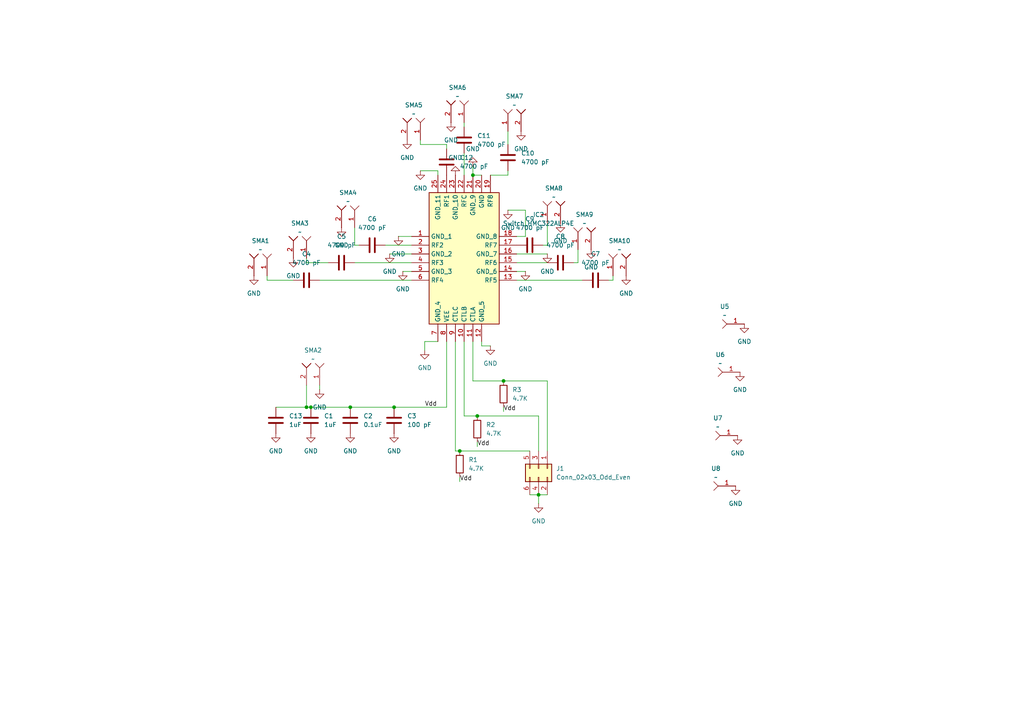
<source format=kicad_sch>
(kicad_sch (version 20231120) (generator "eeschema") (generator_version "8.0")
  (paper "A4")
  (lib_symbols
    (symbol "Connector_Generic:Conn_02x03_Odd_Even" (pin_names (offset 1.016) hide)
      (property "Reference" "J" (at 1.27 5.08 0))
      (property "Value" "Conn_02x03_Odd_Even" (at 1.27 -5.08 0))
      (symbol "Conn_02x03_Odd_Even_1_1"
        (rectangle (start -1.27 -2.413) (end 0 -2.667) (stroke (width 0.1524)))
        (rectangle (start -1.27 0.127) (end 0 -0.127) (stroke (width 0.1524)))
        (rectangle (start -1.27 2.667) (end 0 2.413) (stroke (width 0.1524)))
        (rectangle (start -1.27 3.81) (end 3.81 -3.81) (stroke (width 0.254)) (fill (type background)))
        (rectangle (start 3.81 -2.413) (end 2.54 -2.667) (stroke (width 0.1524)))
        (rectangle (start 3.81 0.127) (end 2.54 -0.127) (stroke (width 0.1524)))
        (rectangle (start 3.81 2.667) (end 2.54 2.413) (stroke (width 0.1524)))
        (pin passive line (at -5.08 2.54 0) (length 3.81) (name "Pin_1") (number "1"))
        (pin passive line (at 7.62 2.54 180) (length 3.81) (name "Pin_2") (number "2"))
        (pin passive line (at -5.08 0 0) (length 3.81) (name "Pin_3") (number "3"))
        (pin passive line (at 7.62 0 180) (length 3.81) (name "Pin_4") (number "4"))
        (pin passive line (at -5.08 -2.54 0) (length 3.81) (name "Pin_5") (number "5"))
        (pin passive line (at 7.62 -2.54 180) (length 3.81) (name "Pin_6") (number "6"))
      )
    )
    (symbol "Device:C" (pin_numbers hide) (pin_names (offset 0.254))
      (property "Reference" "C" (at 0.635 2.54 0))
      (property "Value" "C" (at 0.635 -2.54 0))
      (symbol "C_0_1"
        (polyline (pts (xy -2.032 -0.762) (xy 2.032 -0.762)) (stroke (width 0.508)))
        (polyline (pts (xy -2.032 0.762) (xy 2.032 0.762)) (stroke (width 0.508)))
      )
      (symbol "C_1_1"
        (pin passive line (at 0 3.81 270) (length 2.794) (name "~") (number "1"))
        (pin passive line (at 0 -3.81 90) (length 2.794) (name "~") (number "2"))
      )
    )
    (symbol "Device:R" (pin_numbers hide) (pin_names (offset 0))
      (property "Reference" "R" (at 2.032 0 90))
      (property "Value" "R" (at 0 0 90))
      (symbol "R_0_1"
        (rectangle (start -1.016 -2.54) (end 1.016 2.54) (stroke (width 0.254)))
      )
      (symbol "R_1_1"
        (pin passive line (at 0 3.81 270) (length 1.27) (name "~") (number "1"))
        (pin passive line (at 0 -3.81 90) (length 1.27) (name "~") (number "2"))
      )
    )
    (symbol "MUSIC_LAB:SMA"
      (property "Reference" "SMA" (at 1.27 -1.27 0))
      (symbol "SMA_0_1"
        (polyline (pts (xy -1.27 1.27) (xy -2.54 0)))
        (polyline (pts (xy -1.27 1.27) (xy -2.54 0)))
        (polyline (pts (xy -1.27 1.27) (xy -2.54 0)))
        (polyline (pts (xy -1.27 1.27) (xy -2.54 0)))
        (polyline (pts (xy -1.27 1.27) (xy -2.54 2.54)))
        (polyline (pts (xy -1.27 1.27) (xy -2.54 2.54)))
        (polyline (pts (xy -1.27 1.27) (xy -2.54 2.54)))
        (polyline (pts (xy -1.27 1.27) (xy -2.54 2.54)))
        (polyline (pts (xy -1.27 5.08) (xy -2.54 3.81)))
        (polyline (pts (xy -1.27 5.08) (xy -2.54 6.35)))
      )
      (symbol "SMA_1_1"
        (pin passive line (at 3.81 5.08 180) (length 5.08) (name "") (number "1"))
        (pin passive line (at 3.81 1.27 180) (length 5.08) (name "") (number "2"))
      )
    )
    (symbol "MUSIC_LAB:Switch_HMC321ALP4E"
      (property "Reference" "IC" (at 26.67 17.78 0))
      (property "Value" "Switch_HMC322ALP4E" (at 26.67 15.24 0))
      (symbol "Switch_HMC321ALP4E_1_1"
        (rectangle (start 5.08 12.7) (end 25.4 -25.4) (stroke (width 0.254)) (fill (type background)))
        (pin passive line (at 0 0 0) (length 5.08) (name "GND_1") (number "1"))
        (pin passive line (at 15.24 -30.48 90) (length 5.08) (name "CTLB") (number "10"))
        (pin passive line (at 17.78 -30.48 90) (length 5.08) (name "CTLA") (number "11"))
        (pin passive line (at 20.32 -30.48 90) (length 5.08) (name "GND_5") (number "12"))
        (pin passive line (at 30.48 -12.7 180) (length 5.08) (name "RF5") (number "13"))
        (pin passive line (at 30.48 -10.16 180) (length 5.08) (name "GND_6") (number "14"))
        (pin passive line (at 30.48 -7.62 180) (length 5.08) (name "RF6") (number "15"))
        (pin passive line (at 30.48 -5.08 180) (length 5.08) (name "GND_7") (number "16"))
        (pin passive line (at 30.48 -2.54 180) (length 5.08) (name "RF7") (number "17"))
        (pin passive line (at 30.48 0 180) (length 5.08) (name "GND_8") (number "18"))
        (pin passive line (at 22.86 17.78 270) (length 5.08) (name "RF8") (number "19"))
        (pin passive line (at 0 -2.54 0) (length 5.08) (name "RF2") (number "2"))
        (pin passive line (at 20.32 17.78 270) (length 5.08) (name "GND") (number "20"))
        (pin passive line (at 17.78 17.78 270) (length 5.08) (name "GND_9") (number "21"))
        (pin passive line (at 15.24 17.78 270) (length 5.08) (name "RFC") (number "22"))
        (pin passive line (at 12.7 17.78 270) (length 5.08) (name "GND_10") (number "23"))
        (pin passive line (at 10.16 17.78 270) (length 5.08) (name "RF1") (number "24"))
        (pin passive line (at 7.62 17.78 270) (length 5.08) (name "GND_11") (number "25"))
        (pin passive line (at 0 -5.08 0) (length 5.08) (name "GND_2") (number "3"))
        (pin passive line (at 0 -7.62 0) (length 5.08) (name "RF3") (number "4"))
        (pin passive line (at 0 -10.16 0) (length 5.08) (name "GND_3") (number "5"))
        (pin passive line (at 0 -12.7 0) (length 5.08) (name "RF4") (number "6"))
        (pin passive line (at 7.62 -30.48 90) (length 5.08) (name "GND_4") (number "7"))
        (pin passive line (at 10.16 -30.48 90) (length 5.08) (name "VEE") (number "8"))
        (pin passive line (at 12.7 -30.48 90) (length 5.08) (name "CTLC") (number "9"))
      )
    )
    (symbol "MUSIC_LAB:Via_GND"
      (property "Reference" "U" (at 0 0 0))
      (symbol "Via_GND_0_1"
        (polyline (pts (xy -3.81 3.81) (xy -5.08 2.54)))
        (polyline (pts (xy -3.81 3.81) (xy -5.08 5.08)))
      )
      (symbol "Via_GND_1_1"
        (pin passive line (at 1.27 3.81 180) (length 5.08) (name "") (number "1"))
      )
    )
    (symbol "power:GND" (power) (pin_numbers hide) (pin_names (offset 0) hide)
      (property "Value" "GND" (at 0 -3.81 0))
      (symbol "GND_0_1"
        (polyline (pts (xy 0 0) (xy 0 -1.27) (xy 1.27 -1.27) (xy 0 -2.54) (xy -1.27 -1.27) (xy 0 -1.27)))
      )
      (symbol "GND_1_1"
        (pin power_in line (at 0 0 270) (length 0) (name "~") (number "1"))
      )
    )
  )
  (junction (at 156.21 143.51))
  (junction (at 90.17 118.11))
  (junction (at 114.3 118.11))
  (junction (at 88.9 118.11))
  (junction (at 133.35 130.81))
  (junction (at 101.6 118.11))
  (junction (at 137.16 50.8))
  (junction (at 146.05 110.49))
  (junction (at 138.43 120.65))
  (wire (pts (xy 80.01 118.11) (xy 88.9 118.11)))
  (wire (pts (xy 88.9 111.76) (xy 88.9 118.11)))
  (wire (pts (xy 114.3 118.11) (xy 129.54 118.11)))
  (wire (pts (xy 139.7 100.33) (xy 142.24 100.33)))
  (wire (pts (xy 133.35 130.81) (xy 153.67 130.81)))
  (wire (pts (xy 77.47 81.28) (xy 85.09 81.28)))
  (wire (pts (xy 129.54 118.11) (xy 129.54 99.06)))
  (wire (pts (xy 137.16 99.06) (xy 137.16 110.49)))
  (wire (pts (xy 158.75 73.66) (xy 149.86 73.66)))
  (wire (pts (xy 88.9 74.93) (xy 88.9 76.2)))
  (wire (pts (xy 146.05 119.38) (xy 146.05 118.11)))
  (wire (pts (xy 147.32 49.53) (xy 147.32 50.8)))
  (wire (pts (xy 129.54 41.91) (xy 129.54 43.18)))
  (wire (pts (xy 158.75 71.12) (xy 157.48 71.12)))
  (wire (pts (xy 146.05 110.49) (xy 158.75 110.49)))
  (wire (pts (xy 102.87 76.2) (xy 119.38 76.2)))
  (wire (pts (xy 121.92 49.53) (xy 127 49.53)))
  (wire (pts (xy 152.4 78.74) (xy 149.86 78.74)))
  (wire (pts (xy 102.87 66.04) (xy 102.87 71.12)))
  (wire (pts (xy 88.9 118.11) (xy 90.17 118.11)))
  (wire (pts (xy 116.84 78.74) (xy 119.38 78.74)))
  (wire (pts (xy 132.08 130.81) (xy 133.35 130.81)))
  (wire (pts (xy 147.32 38.1) (xy 147.32 41.91)))
  (wire (pts (xy 139.7 99.06) (xy 139.7 100.33)))
  (wire (pts (xy 101.6 118.11) (xy 114.3 118.11)))
  (wire (pts (xy 158.75 110.49) (xy 158.75 130.81)))
  (wire (pts (xy 167.64 76.2) (xy 166.37 76.2)))
  (wire (pts (xy 123.19 101.6) (xy 123.19 99.06)))
  (wire (pts (xy 127 49.53) (xy 127 50.8)))
  (wire (pts (xy 121.92 40.64) (xy 121.92 41.91)))
  (wire (pts (xy 134.62 120.65) (xy 138.43 120.65)))
  (wire (pts (xy 119.38 68.58) (xy 115.57 68.58)))
  (wire (pts (xy 137.16 48.26) (xy 137.16 50.8)))
  (wire (pts (xy 156.21 120.65) (xy 156.21 130.81)))
  (wire (pts (xy 134.62 99.06) (xy 134.62 120.65)))
  (wire (pts (xy 176.53 81.28) (xy 177.8 81.28)))
  (wire (pts (xy 134.62 35.56) (xy 134.62 36.83)))
  (wire (pts (xy 104.14 71.12) (xy 102.87 71.12)))
  (wire (pts (xy 167.64 72.39) (xy 167.64 76.2)))
  (wire (pts (xy 147.32 60.96) (xy 152.4 60.96)))
  (wire (pts (xy 138.43 129.54) (xy 138.43 128.27)))
  (wire (pts (xy 77.47 80.01) (xy 77.47 81.28)))
  (wire (pts (xy 90.17 118.11) (xy 101.6 118.11)))
  (wire (pts (xy 156.21 143.51) (xy 158.75 143.51)))
  (wire (pts (xy 119.38 73.66) (xy 113.03 73.66)))
  (wire (pts (xy 152.4 60.96) (xy 152.4 68.58)))
  (wire (pts (xy 121.92 41.91) (xy 129.54 41.91)))
  (wire (pts (xy 133.35 139.7) (xy 133.35 138.43)))
  (wire (pts (xy 134.62 44.45) (xy 134.62 50.8)))
  (wire (pts (xy 156.21 143.51) (xy 153.67 143.51)))
  (wire (pts (xy 123.19 99.06) (xy 127 99.06)))
  (wire (pts (xy 88.9 76.2) (xy 95.25 76.2)))
  (wire (pts (xy 137.16 110.49) (xy 146.05 110.49)))
  (wire (pts (xy 142.24 50.8) (xy 147.32 50.8)))
  (wire (pts (xy 158.75 64.77) (xy 158.75 71.12)))
  (wire (pts (xy 156.21 146.05) (xy 156.21 143.51)))
  (wire (pts (xy 92.71 81.28) (xy 119.38 81.28)))
  (wire (pts (xy 177.8 80.01) (xy 177.8 81.28)))
  (wire (pts (xy 132.08 99.06) (xy 132.08 130.81)))
  (wire (pts (xy 149.86 81.28) (xy 168.91 81.28)))
  (wire (pts (xy 119.38 71.12) (xy 111.76 71.12)))
  (wire (pts (xy 158.75 76.2) (xy 149.86 76.2)))
  (wire (pts (xy 152.4 68.58) (xy 149.86 68.58)))
  (wire (pts (xy 92.71 111.76) (xy 92.71 113.03)))
  (wire (pts (xy 138.43 120.65) (xy 156.21 120.65)))
  (wire (pts (xy 137.16 50.8) (xy 139.7 50.8)))
  (label "Vdd" (at 138.43 129.54 0))
  (label "Vdd" (at 123.19 118.11 0))
  (label "Vdd" (at 133.35 139.7 0))
  (label "Vdd" (at 146.05 119.38 0))
  (symbol (lib_id "Device:R") (at 138.43 124.46 180) (unit 1)
    (property "Reference" "R2" (at 140.97 123.1899 0) (effects (justify right)))
    (property "Value" "4.7K" (at 140.97 125.7299 0) (effects (justify right)))
    (property "Footprint" "Resistor_SMD:R_0402_1005Metric" (effects (hide yes)))
    (property "Description" "Resistor" (effects (hide yes)))
  )
  (symbol (lib_id "Device:C") (at 99.06 76.2 90) (unit 1)
    (property "Reference" "C5" (at 99.06 68.58 90))
    (property "Value" "4700 pF" (at 99.06 71.12 90))
    (property "Footprint" "Capacitor_SMD:C_0402_1005Metric" (effects (hide yes)))
    (property "Description" "Unpolarized capacitor" (effects (hide yes)))
  )
  (symbol (lib_id "power:GND") (at 101.6 125.73 0) (unit 1)
    (property "Reference" "#PWR06" (effects (hide yes)))
    (property "Value" "GND" (at 101.6 130.81 0))
    (property "Description" "Power symbol creates a global label with name \"GND\" , ground" (effects (hide yes)))
  )
  (symbol (lib_id "Device:R") (at 133.35 134.62 180) (unit 1)
    (property "Reference" "R1" (at 135.89 133.3499 0) (effects (justify right)))
    (property "Value" "4.7K" (at 135.89 135.8899 0) (effects (justify right)))
    (property "Footprint" "Resistor_SMD:R_0402_1005Metric" (effects (hide yes)))
    (property "Description" "Resistor" (effects (hide yes)))
  )
  (symbol (lib_id "Device:R") (at 146.05 114.3 180) (unit 1)
    (property "Reference" "R3" (at 148.59 113.0299 0) (effects (justify right)))
    (property "Value" "4.7K" (at 148.59 115.5699 0) (effects (justify right)))
    (property "Footprint" "Resistor_SMD:R_0402_1005Metric" (effects (hide yes)))
    (property "Description" "Resistor" (effects (hide yes)))
  )
  (symbol (lib_id "Device:C") (at 129.54 46.99 180) (unit 1)
    (property "Reference" "C12" (at 133.35 45.7199 0) (effects (justify right)))
    (property "Value" "4700 pF" (at 133.35 48.2599 0) (effects (justify right)))
    (property "Footprint" "Capacitor_SMD:C_0402_1005Metric" (effects (hide yes)))
    (property "Description" "Unpolarized capacitor" (effects (hide yes)))
  )
  (symbol (lib_id "Device:C") (at 114.3 121.92 0) (unit 1)
    (property "Reference" "C3" (at 118.11 120.6499 0) (effects (justify left)))
    (property "Value" "100 pF" (at 118.11 123.1899 0) (effects (justify left)))
    (property "Footprint" "Capacitor_SMD:C_0402_1005Metric" (effects (hide yes)))
    (property "Description" "Unpolarized capacitor" (effects (hide yes)))
  )
  (symbol (lib_id "power:GND") (at 121.92 49.53 0) (mirror y) (unit 1)
    (property "Reference" "#PWR012" (effects (hide yes)))
    (property "Value" "GND" (at 121.92 54.61 0))
    (property "Description" "Power symbol creates a global label with name \"GND\" , ground" (effects (hide yes)))
  )
  (symbol (lib_id "Device:C") (at 90.17 121.92 0) (unit 1)
    (property "Reference" "C1" (at 93.98 120.6499 0) (effects (justify left)))
    (property "Value" "1uF" (at 93.98 123.1899 0) (effects (justify left)))
    (property "Footprint" "Capacitor_SMD:C_0402_1005Metric" (effects (hide yes)))
    (property "Description" "Unpolarized capacitor" (effects (hide yes)))
  )
  (symbol (lib_id "MUSIC_LAB:SMA") (at 97.79 62.23 270) (unit 1)
    (property "Reference" "SMA4" (at 100.965 55.88 90))
    (property "Value" "~" (at 100.965 58.42 90))
    (property "Footprint" "MUSIC_Lab:SMA_Edge_step_1" (effects (hide yes)))
  )
  (symbol (lib_id "power:GND") (at 137.16 48.26 0) (mirror x) (unit 1)
    (property "Reference" "#PWR017" (effects (hide yes)))
    (property "Value" "GND" (at 137.16 43.18 0))
    (property "Description" "Power symbol creates a global label with name \"GND\" , ground" (effects (hide yes)))
  )
  (symbol (lib_id "power:GND") (at 162.56 64.77 0) (mirror y) (unit 1)
    (property "Reference" "#PWR024" (effects (hide yes)))
    (property "Value" "GND" (at 162.56 69.85 0))
    (property "Description" "Power symbol creates a global label with name \"GND\" , ground" (effects (hide yes)))
  )
  (symbol (lib_id "power:GND") (at 213.36 140.97 0) (mirror y) (unit 1)
    (property "Reference" "#PWR033" (effects (hide yes)))
    (property "Value" "GND" (at 213.36 146.05 0))
    (property "Description" "Power symbol creates a global label with name \"GND\" , ground" (effects (hide yes)))
  )
  (symbol (lib_id "power:GND") (at 158.75 73.66 0) (mirror y) (unit 1)
    (property "Reference" "#PWR023" (effects (hide yes)))
    (property "Value" "GND" (at 158.75 78.74 0))
    (property "Description" "Power symbol creates a global label with name \"GND\" , ground" (effects (hide yes)))
  )
  (symbol (lib_id "Device:C") (at 101.6 121.92 0) (unit 1)
    (property "Reference" "C2" (at 105.41 120.6499 0) (effects (justify left)))
    (property "Value" "0.1uF" (at 105.41 123.1899 0) (effects (justify left)))
    (property "Footprint" "Capacitor_SMD:C_0402_1005Metric" (effects (hide yes)))
    (property "Description" "Unpolarized capacitor" (effects (hide yes)))
  )
  (symbol (lib_id "power:GND") (at 90.17 125.73 0) (unit 1)
    (property "Reference" "#PWR04" (effects (hide yes)))
    (property "Value" "GND" (at 90.17 130.81 0))
    (property "Description" "Power symbol creates a global label with name \"GND\" , ground" (effects (hide yes)))
  )
  (symbol (lib_id "power:GND") (at 130.81 35.56 0) (unit 1)
    (property "Reference" "#PWR014" (effects (hide yes)))
    (property "Value" "GND" (at 130.81 40.64 0))
    (property "Description" "Power symbol creates a global label with name \"GND\" , ground" (effects (hide yes)))
  )
  (symbol (lib_id "power:GND") (at 85.09 74.93 0) (unit 1)
    (property "Reference" "#PWR03" (effects (hide yes)))
    (property "Value" "GND" (at 85.09 80.01 0))
    (property "Description" "Power symbol creates a global label with name \"GND\" , ground" (effects (hide yes)))
  )
  (symbol (lib_id "power:GND") (at 115.57 68.58 0) (unit 1)
    (property "Reference" "#PWR09" (effects (hide yes)))
    (property "Value" "GND" (at 115.57 73.66 0))
    (property "Description" "Power symbol creates a global label with name \"GND\" , ground" (effects (hide yes)))
  )
  (symbol (lib_id "MUSIC_LAB:SMA") (at 72.39 76.2 270) (unit 1)
    (property "Reference" "SMA1" (at 75.565 69.85 90))
    (property "Value" "~" (at 75.565 72.39 90))
    (property "Footprint" "MUSIC_Lab:SMA_Edge_step_1" (effects (hide yes)))
  )
  (symbol (lib_id "power:GND") (at 142.24 100.33 0) (mirror y) (unit 1)
    (property "Reference" "#PWR027" (effects (hide yes)))
    (property "Value" "GND" (at 142.24 105.41 0))
    (property "Description" "Power symbol creates a global label with name \"GND\" , ground" (effects (hide yes)))
  )
  (symbol (lib_id "Connector_Generic:Conn_02x03_Odd_Even") (at 156.21 135.89 270) (unit 1)
    (property "Reference" "J1" (at 161.29 135.8899 90) (effects (justify left)))
    (property "Value" "Conn_02x03_Odd_Even" (at 161.29 138.4299 90) (effects (justify left)))
    (property "Footprint" "Connector_PinHeader_2.54mm:PinHeader_2x03_P2.54mm_Vertical_SMD" (effects (hide yes)))
    (property "Description" "Generic connector, double row, 02x03, odd/even pin numbering scheme (row 1 odd numbers, row 2 even numbers), script generated (kicad-library-utils/schlib/autogen/connector/)" (effects (hide yes)))
  )
  (symbol (lib_id "MUSIC_LAB:SMA") (at 172.72 68.58 90) (mirror x) (unit 1)
    (property "Reference" "SMA9" (at 169.545 62.23 90))
    (property "Value" "~" (at 169.545 64.77 90))
    (property "Footprint" "MUSIC_Lab:SMA_Edge_step_1" (effects (hide yes)))
  )
  (symbol (lib_id "MUSIC_LAB:Switch_HMC321ALP4E") (at 119.38 68.58 0) (unit 1)
    (property "Reference" "IC2" (at 156.21 62.2614 0))
    (property "Value" "Switch_HMC322ALP4E" (at 156.21 64.8014 0))
    (property "Footprint" "MUSIC_Lab:Switch_HMC321_QFN50P400X400X90-25N-D" (effects (hide yes)))
    (property "Datasheet" "https://www.analog.com/media/en/technical-documentation/data-sheets/hmc322a.pdf" (effects (hide yes)))
    (property "Description" "Analog Devices HMC322ALP4E, RF Switch Circuit 8GHz Single SP8T 20dB Isolation 24-Pin QFN" (effects (hide yes)))
    (property "Height" "1" (effects (hide yes)))
    (property "Mouser Part Number" "584-HMC322ALP4E" (effects (hide yes)))
    (property "Mouser Price/Stock" "https://www.mouser.co.uk/ProductDetail/Analog-Devices/HMC322ALP4E?qs=UfUFg%2FkmHHH%2F8Ef9AHiS3g%3D%3D" (effects (hide yes)))
    (property "Manufacturer_Name" "Analog Devices" (effects (hide yes)))
    (property "Manufacturer_Part_Number" "HMC322ALP4E" (effects (hide yes)))
  )
  (symbol (lib_id "power:GND") (at 147.32 60.96 0) (mirror y) (unit 1)
    (property "Reference" "#PWR022" (effects (hide yes)))
    (property "Value" "GND" (at 147.32 66.04 0))
    (property "Description" "Power symbol creates a global label with name \"GND\" , ground" (effects (hide yes)))
  )
  (symbol (lib_id "MUSIC_LAB:SMA") (at 129.54 31.75 270) (unit 1)
    (property "Reference" "SMA6" (at 132.715 25.4 90))
    (property "Value" "~" (at 132.715 27.94 90))
    (property "Footprint" "MUSIC_Lab:SMA_Edge_step_1" (effects (hide yes)))
  )
  (symbol (lib_id "Device:C") (at 172.72 81.28 90) (unit 1)
    (property "Reference" "C7" (at 172.72 73.66 90))
    (property "Value" "4700 pF" (at 172.72 76.2 90))
    (property "Footprint" "Capacitor_SMD:C_0402_1005Metric" (effects (hide yes)))
    (property "Description" "Unpolarized capacitor" (effects (hide yes)))
  )
  (symbol (lib_id "MUSIC_LAB:SMA") (at 116.84 36.83 270) (unit 1)
    (property "Reference" "SMA5" (at 120.015 30.48 90))
    (property "Value" "~" (at 120.015 33.02 90))
    (property "Footprint" "MUSIC_Lab:SMA_Edge_step_1" (effects (hide yes)))
  )
  (symbol (lib_id "power:GND") (at 151.13 38.1 0) (mirror y) (unit 1)
    (property "Reference" "#PWR020" (effects (hide yes)))
    (property "Value" "GND" (at 151.13 43.18 0))
    (property "Description" "Power symbol creates a global label with name \"GND\" , ground" (effects (hide yes)))
  )
  (symbol (lib_id "MUSIC_LAB:Via_GND") (at 212.6561 130.1497 0) (unit 1)
    (property "Reference" "U7" (at 208.2111 121.2597 0))
    (property "Value" "~" (at 208.2111 123.7997 0))
    (property "Footprint" "MUSIC_Lab:via_GND" (effects (hide yes)))
  )
  (symbol (lib_id "power:GND") (at 132.08 50.8 0) (mirror x) (unit 1)
    (property "Reference" "#PWR015" (effects (hide yes)))
    (property "Value" "GND" (at 132.08 45.72 0))
    (property "Description" "Power symbol creates a global label with name \"GND\" , ground" (effects (hide yes)))
  )
  (symbol (lib_id "MUSIC_LAB:SMA") (at 182.88 76.2 90) (mirror x) (unit 1)
    (property "Reference" "SMA10" (at 179.705 69.85 90))
    (property "Value" "~" (at 179.705 72.39 90))
    (property "Footprint" "MUSIC_Lab:SMA_Edge_step_1" (effects (hide yes)))
  )
  (symbol (lib_id "power:GND") (at 181.61 80.01 0) (mirror y) (unit 1)
    (property "Reference" "#PWR026" (effects (hide yes)))
    (property "Value" "GND" (at 181.61 85.09 0))
    (property "Description" "Power symbol creates a global label with name \"GND\" , ground" (effects (hide yes)))
  )
  (symbol (lib_id "power:GND") (at 152.4 78.74 0) (mirror y) (unit 1)
    (property "Reference" "#PWR021" (effects (hide yes)))
    (property "Value" "GND" (at 152.4 83.82 0))
    (property "Description" "Power symbol creates a global label with name \"GND\" , ground" (effects (hide yes)))
  )
  (symbol (lib_id "Device:C") (at 153.67 71.12 90) (unit 1)
    (property "Reference" "C9" (at 153.67 63.5 90))
    (property "Value" "4700 pF" (at 153.67 66.04 90))
    (property "Footprint" "Capacitor_SMD:C_0402_1005Metric" (effects (hide yes)))
    (property "Description" "Unpolarized capacitor" (effects (hide yes)))
  )
  (symbol (lib_id "Device:C") (at 147.32 45.72 180) (unit 1)
    (property "Reference" "C10" (at 151.13 44.4499 0) (effects (justify right)))
    (property "Value" "4700 pF" (at 151.13 46.9899 0) (effects (justify right)))
    (property "Footprint" "Capacitor_SMD:C_0402_1005Metric" (effects (hide yes)))
    (property "Description" "Unpolarized capacitor" (effects (hide yes)))
  )
  (symbol (lib_id "power:GND") (at 118.11 40.64 0) (unit 1)
    (property "Reference" "#PWR011" (effects (hide yes)))
    (property "Value" "GND" (at 118.11 45.72 0))
    (property "Description" "Power symbol creates a global label with name \"GND\" , ground" (effects (hide yes)))
  )
  (symbol (lib_id "power:GND") (at 92.71 113.03 0) (unit 1)
    (property "Reference" "#PWR02" (effects (hide yes)))
    (property "Value" "GND" (at 92.71 118.11 0))
    (property "Description" "Power symbol creates a global label with name \"GND\" , ground" (effects (hide yes)))
  )
  (symbol (lib_id "power:GND") (at 99.06 66.04 0) (unit 1)
    (property "Reference" "#PWR05" (effects (hide yes)))
    (property "Value" "GND" (at 99.06 71.12 0))
    (property "Description" "Power symbol creates a global label with name \"GND\" , ground" (effects (hide yes)))
  )
  (symbol (lib_id "power:GND") (at 171.45 72.39 0) (mirror y) (unit 1)
    (property "Reference" "#PWR025" (effects (hide yes)))
    (property "Value" "GND" (at 171.45 77.47 0))
    (property "Description" "Power symbol creates a global label with name \"GND\" , ground" (effects (hide yes)))
  )
  (symbol (lib_id "Device:C") (at 134.62 40.64 180) (unit 1)
    (property "Reference" "C11" (at 138.43 39.3699 0) (effects (justify right)))
    (property "Value" "4700 pF" (at 138.43 41.9099 0) (effects (justify right)))
    (property "Footprint" "Capacitor_SMD:C_0402_1005Metric" (effects (hide yes)))
    (property "Description" "Unpolarized capacitor" (effects (hide yes)))
  )
  (symbol (lib_id "power:GND") (at 156.21 146.05 0) (unit 1)
    (property "Reference" "#PWR016" (effects (hide yes)))
    (property "Value" "GND" (at 156.21 151.13 0))
    (property "Description" "Power symbol creates a global label with name \"GND\" , ground" (effects (hide yes)))
  )
  (symbol (lib_id "MUSIC_LAB:SMA") (at 83.82 71.12 270) (unit 1)
    (property "Reference" "SMA3" (at 86.995 64.77 90))
    (property "Value" "~" (at 86.995 67.31 90))
    (property "Footprint" "MUSIC_Lab:SMA_Edge_step_1" (effects (hide yes)))
  )
  (symbol (lib_id "MUSIC_LAB:Via_GND") (at 214.63 97.79 0) (unit 1)
    (property "Reference" "U5" (at 210.185 88.9 0))
    (property "Value" "~" (at 210.185 91.44 0))
    (property "Footprint" "MUSIC_Lab:via_GND" (effects (hide yes)))
  )
  (symbol (lib_id "Device:C") (at 88.9 81.28 90) (unit 1)
    (property "Reference" "C4" (at 88.9 73.66 90))
    (property "Value" "4700 pF" (at 88.9 76.2 90))
    (property "Footprint" "Capacitor_SMD:C_0402_1005Metric" (effects (hide yes)))
    (property "Description" "Unpolarized capacitor" (effects (hide yes)))
  )
  (symbol (lib_id "Device:C") (at 80.01 121.92 0) (unit 1)
    (property "Reference" "C13" (at 83.82 120.6499 0) (effects (justify left)))
    (property "Value" "1uF" (at 83.82 123.1899 0) (effects (justify left)))
    (property "Footprint" "Capacitor_SMD:C_0402_1005Metric" (effects (hide yes)))
    (property "Description" "Unpolarized capacitor" (effects (hide yes)))
  )
  (symbol (lib_id "MUSIC_LAB:SMA") (at 163.83 60.96 90) (mirror x) (unit 1)
    (property "Reference" "SMA8" (at 160.655 54.61 90))
    (property "Value" "~" (at 160.655 57.15 90))
    (property "Footprint" "MUSIC_Lab:SMA_Edge_step_1" (effects (hide yes)))
  )
  (symbol (lib_id "power:GND") (at 73.66 80.01 0) (unit 1)
    (property "Reference" "#PWR01" (effects (hide yes)))
    (property "Value" "GND" (at 73.66 85.09 0))
    (property "Description" "Power symbol creates a global label with name \"GND\" , ground" (effects (hide yes)))
  )
  (symbol (lib_id "power:GND") (at 215.9 93.98 0) (mirror y) (unit 1)
    (property "Reference" "#PWR030" (effects (hide yes)))
    (property "Value" "GND" (at 215.9 99.06 0))
    (property "Description" "Power symbol creates a global label with name \"GND\" , ground" (effects (hide yes)))
  )
  (symbol (lib_id "Device:C") (at 162.56 76.2 90) (unit 1)
    (property "Reference" "C8" (at 162.56 68.58 90))
    (property "Value" "4700 pF" (at 162.56 71.12 90))
    (property "Footprint" "Capacitor_SMD:C_0402_1005Metric" (effects (hide yes)))
    (property "Description" "Unpolarized capacitor" (effects (hide yes)))
  )
  (symbol (lib_id "power:GND") (at 123.19 101.6 0) (mirror y) (unit 1)
    (property "Reference" "#PWR013" (effects (hide yes)))
    (property "Value" "GND" (at 123.19 106.68 0))
    (property "Description" "Power symbol creates a global label with name \"GND\" , ground" (effects (hide yes)))
  )
  (symbol (lib_id "power:GND") (at 114.3 125.73 0) (unit 1)
    (property "Reference" "#PWR08" (effects (hide yes)))
    (property "Value" "GND" (at 114.3 130.81 0))
    (property "Description" "Power symbol creates a global label with name \"GND\" , ground" (effects (hide yes)))
  )
  (symbol (lib_id "MUSIC_LAB:Via_GND") (at 212.09 144.78 0) (unit 1)
    (property "Reference" "U8" (at 207.645 135.89 0))
    (property "Value" "~" (at 207.645 138.43 0))
    (property "Footprint" "MUSIC_Lab:via_GND" (effects (hide yes)))
  )
  (symbol (lib_id "power:GND") (at 116.84 78.74 0) (unit 1)
    (property "Reference" "#PWR010" (effects (hide yes)))
    (property "Value" "GND" (at 116.84 83.82 0))
    (property "Description" "Power symbol creates a global label with name \"GND\" , ground" (effects (hide yes)))
  )
  (symbol (lib_id "Device:C") (at 107.95 71.12 90) (unit 1)
    (property "Reference" "C6" (at 107.95 63.5 90))
    (property "Value" "4700 pF" (at 107.95 66.04 90))
    (property "Footprint" "Capacitor_SMD:C_0402_1005Metric" (effects (hide yes)))
    (property "Description" "Unpolarized capacitor" (effects (hide yes)))
  )
  (symbol (lib_id "MUSIC_LAB:SMA") (at 87.63 107.95 270) (unit 1)
    (property "Reference" "SMA2" (at 90.805 101.6 90))
    (property "Value" "~" (at 90.805 104.14 90))
    (property "Footprint" "Connector_JST:JST_EH_S2B-EH_1x02_P2.50mm_Horizontal" (effects (hide yes)))
  )
  (symbol (lib_id "MUSIC_LAB:Via_GND") (at 213.36 111.76 0) (unit 1)
    (property "Reference" "U6" (at 208.915 102.87 0))
    (property "Value" "~" (at 208.915 105.41 0))
    (property "Footprint" "MUSIC_Lab:via_GND" (effects (hide yes)))
  )
  (symbol (lib_id "power:GND") (at 214.63 107.95 0) (mirror y) (unit 1)
    (property "Reference" "#PWR031" (effects (hide yes)))
    (property "Value" "GND" (at 214.63 113.03 0))
    (property "Description" "Power symbol creates a global label with name \"GND\" , ground" (effects (hide yes)))
  )
  (symbol (lib_id "power:GND") (at 213.9261 126.3397 0) (mirror y) (unit 1)
    (property "Reference" "#PWR032" (effects (hide yes)))
    (property "Value" "GND" (at 213.9261 131.4197 0))
    (property "Description" "Power symbol creates a global label with name \"GND\" , ground" (effects (hide yes)))
  )
  (symbol (lib_id "MUSIC_LAB:SMA") (at 152.4 34.29 90) (mirror x) (unit 1)
    (property "Reference" "SMA7" (at 149.225 27.94 90))
    (property "Value" "~" (at 149.225 30.48 90))
    (property "Footprint" "MUSIC_Lab:SMA_Edge_step_1" (effects (hide yes)))
  )
  (symbol (lib_id "power:GND") (at 113.03 73.66 0) (unit 1)
    (property "Reference" "#PWR07" (effects (hide yes)))
    (property "Value" "GND" (at 113.03 78.74 0))
    (property "Description" "Power symbol creates a global label with name \"GND\" , ground" (effects (hide yes)))
  )
  (symbol (lib_id "power:GND") (at 80.01 125.73 0) (unit 1)
    (property "Reference" "#PWR018" (effects (hide yes)))
    (property "Value" "GND" (at 80.01 130.81 0))
    (property "Description" "Power symbol creates a global label with name \"GND\" , ground" (effects (hide yes)))
  )
)
</source>
